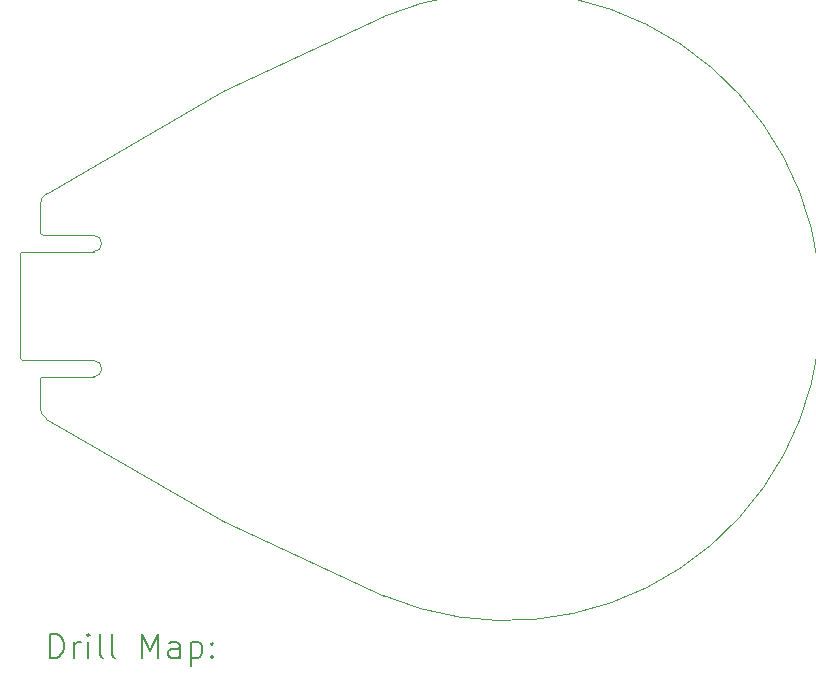
<source format=gbr>
%TF.GenerationSoftware,KiCad,Pcbnew,8.0.1*%
%TF.CreationDate,2024-04-20T17:08:21+01:00*%
%TF.ProjectId,makerspace-badge,6d616b65-7273-4706-9163-652d62616467,rev?*%
%TF.SameCoordinates,Original*%
%TF.FileFunction,Drillmap*%
%TF.FilePolarity,Positive*%
%FSLAX45Y45*%
G04 Gerber Fmt 4.5, Leading zero omitted, Abs format (unit mm)*
G04 Created by KiCad (PCBNEW 8.0.1) date 2024-04-20 17:08:21*
%MOMM*%
%LPD*%
G01*
G04 APERTURE LIST*
%ADD10C,0.050000*%
%ADD11C,0.100000*%
%ADD12C,0.200000*%
G04 APERTURE END LIST*
D10*
X10050000Y-9047373D02*
X11549999Y-8181347D01*
D11*
X10025000Y-9400000D02*
G75*
G02*
X10000000Y-9375000I0J25000D01*
G01*
D10*
X10050000Y-10952627D02*
X11549999Y-11818652D01*
X11549999Y-11818652D02*
X12909461Y-12452580D01*
X10000000Y-9375000D02*
X10000000Y-9133975D01*
X10000000Y-9133975D02*
G75*
G02*
X10050002Y-9047376I100000J-5D01*
G01*
X10000000Y-10625000D02*
X10000000Y-10866024D01*
X12909461Y-7547420D02*
G75*
G02*
X12909461Y-12452580I1037463J-2452580D01*
G01*
D11*
X10000000Y-10625000D02*
G75*
G02*
X10025000Y-10600000I25000J0D01*
G01*
D10*
X10050000Y-10952627D02*
G75*
G02*
X9999996Y-10866024I50000J86607D01*
G01*
X11549999Y-8181347D02*
X12909461Y-7547420D01*
X9825000Y-10440000D02*
X9825000Y-9560000D01*
X10450000Y-9400000D02*
X10025000Y-9400000D01*
X10450000Y-9540000D02*
X9845000Y-9540000D01*
X10450000Y-10460000D02*
X9845000Y-10460000D01*
X10450000Y-10600000D02*
X10025000Y-10600000D01*
X9825000Y-9560000D02*
G75*
G02*
X9845000Y-9540000I20000J0D01*
G01*
X9845000Y-10460000D02*
G75*
G02*
X9825000Y-10440000I0J20000D01*
G01*
X10450000Y-9400000D02*
G75*
G02*
X10520000Y-9470000I0J-70000D01*
G01*
X10450000Y-10460000D02*
G75*
G02*
X10520000Y-10530000I0J-70000D01*
G01*
X10520000Y-9470000D02*
G75*
G02*
X10450000Y-9540000I-70000J0D01*
G01*
X10520000Y-10530000D02*
G75*
G02*
X10450000Y-10600000I-70000J0D01*
G01*
D12*
X10083277Y-12976967D02*
X10083277Y-12776967D01*
X10083277Y-12776967D02*
X10130896Y-12776967D01*
X10130896Y-12776967D02*
X10159467Y-12786491D01*
X10159467Y-12786491D02*
X10178515Y-12805538D01*
X10178515Y-12805538D02*
X10188039Y-12824586D01*
X10188039Y-12824586D02*
X10197563Y-12862681D01*
X10197563Y-12862681D02*
X10197563Y-12891252D01*
X10197563Y-12891252D02*
X10188039Y-12929348D01*
X10188039Y-12929348D02*
X10178515Y-12948395D01*
X10178515Y-12948395D02*
X10159467Y-12967443D01*
X10159467Y-12967443D02*
X10130896Y-12976967D01*
X10130896Y-12976967D02*
X10083277Y-12976967D01*
X10283277Y-12976967D02*
X10283277Y-12843633D01*
X10283277Y-12881729D02*
X10292801Y-12862681D01*
X10292801Y-12862681D02*
X10302324Y-12853157D01*
X10302324Y-12853157D02*
X10321372Y-12843633D01*
X10321372Y-12843633D02*
X10340420Y-12843633D01*
X10407086Y-12976967D02*
X10407086Y-12843633D01*
X10407086Y-12776967D02*
X10397563Y-12786491D01*
X10397563Y-12786491D02*
X10407086Y-12796014D01*
X10407086Y-12796014D02*
X10416610Y-12786491D01*
X10416610Y-12786491D02*
X10407086Y-12776967D01*
X10407086Y-12776967D02*
X10407086Y-12796014D01*
X10530896Y-12976967D02*
X10511848Y-12967443D01*
X10511848Y-12967443D02*
X10502324Y-12948395D01*
X10502324Y-12948395D02*
X10502324Y-12776967D01*
X10635658Y-12976967D02*
X10616610Y-12967443D01*
X10616610Y-12967443D02*
X10607086Y-12948395D01*
X10607086Y-12948395D02*
X10607086Y-12776967D01*
X10864229Y-12976967D02*
X10864229Y-12776967D01*
X10864229Y-12776967D02*
X10930896Y-12919824D01*
X10930896Y-12919824D02*
X10997563Y-12776967D01*
X10997563Y-12776967D02*
X10997563Y-12976967D01*
X11178515Y-12976967D02*
X11178515Y-12872205D01*
X11178515Y-12872205D02*
X11168991Y-12853157D01*
X11168991Y-12853157D02*
X11149944Y-12843633D01*
X11149944Y-12843633D02*
X11111848Y-12843633D01*
X11111848Y-12843633D02*
X11092801Y-12853157D01*
X11178515Y-12967443D02*
X11159467Y-12976967D01*
X11159467Y-12976967D02*
X11111848Y-12976967D01*
X11111848Y-12976967D02*
X11092801Y-12967443D01*
X11092801Y-12967443D02*
X11083277Y-12948395D01*
X11083277Y-12948395D02*
X11083277Y-12929348D01*
X11083277Y-12929348D02*
X11092801Y-12910300D01*
X11092801Y-12910300D02*
X11111848Y-12900776D01*
X11111848Y-12900776D02*
X11159467Y-12900776D01*
X11159467Y-12900776D02*
X11178515Y-12891252D01*
X11273753Y-12843633D02*
X11273753Y-13043633D01*
X11273753Y-12853157D02*
X11292801Y-12843633D01*
X11292801Y-12843633D02*
X11330896Y-12843633D01*
X11330896Y-12843633D02*
X11349943Y-12853157D01*
X11349943Y-12853157D02*
X11359467Y-12862681D01*
X11359467Y-12862681D02*
X11368991Y-12881729D01*
X11368991Y-12881729D02*
X11368991Y-12938871D01*
X11368991Y-12938871D02*
X11359467Y-12957919D01*
X11359467Y-12957919D02*
X11349943Y-12967443D01*
X11349943Y-12967443D02*
X11330896Y-12976967D01*
X11330896Y-12976967D02*
X11292801Y-12976967D01*
X11292801Y-12976967D02*
X11273753Y-12967443D01*
X11454705Y-12957919D02*
X11464229Y-12967443D01*
X11464229Y-12967443D02*
X11454705Y-12976967D01*
X11454705Y-12976967D02*
X11445182Y-12967443D01*
X11445182Y-12967443D02*
X11454705Y-12957919D01*
X11454705Y-12957919D02*
X11454705Y-12976967D01*
X11454705Y-12853157D02*
X11464229Y-12862681D01*
X11464229Y-12862681D02*
X11454705Y-12872205D01*
X11454705Y-12872205D02*
X11445182Y-12862681D01*
X11445182Y-12862681D02*
X11454705Y-12853157D01*
X11454705Y-12853157D02*
X11454705Y-12872205D01*
M02*

</source>
